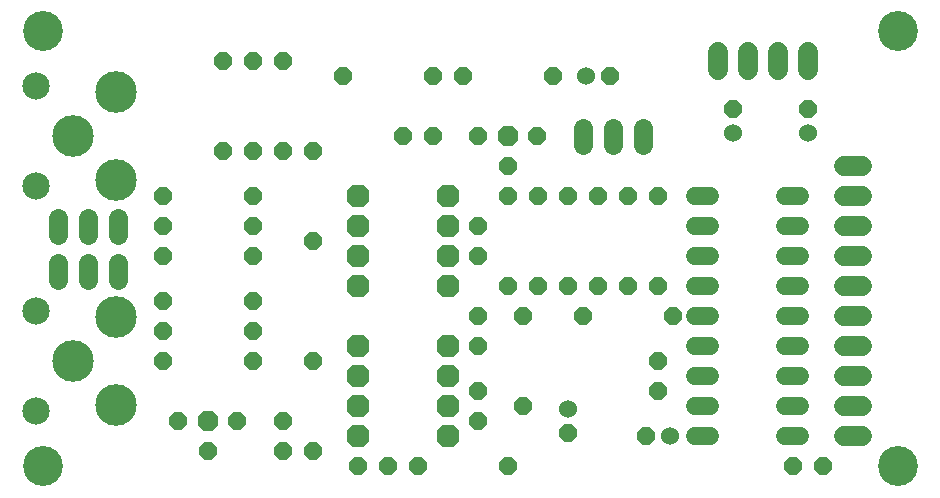
<source format=gbs>
G75*
%MOIN*%
%OFA0B0*%
%FSLAX24Y24*%
%IPPOS*%
%LPD*%
%AMOC8*
5,1,8,0,0,1.08239X$1,22.5*
%
%ADD10C,0.1330*%
%ADD11OC8,0.0600*%
%ADD12C,0.0600*%
%ADD13OC8,0.0760*%
%ADD14C,0.0640*%
%ADD15C,0.1386*%
%ADD16C,0.0907*%
%ADD17C,0.0680*%
%ADD18C,0.0600*%
%ADD19OC8,0.0680*%
D10*
X004416Y001180D03*
X032916Y001180D03*
X032916Y015680D03*
X004416Y015680D03*
D11*
X010416Y014680D03*
X011416Y014680D03*
X012416Y014680D03*
X014416Y014180D03*
X017416Y014180D03*
X018416Y014180D03*
X021416Y014180D03*
X023316Y014180D03*
X020906Y012180D03*
X019916Y011180D03*
X019916Y010180D03*
X020916Y010180D03*
X021916Y010180D03*
X022916Y010180D03*
X023916Y010180D03*
X024916Y010180D03*
X027416Y013080D03*
X029916Y013080D03*
X018926Y012180D03*
X017416Y012180D03*
X016416Y012180D03*
X013416Y011680D03*
X012416Y011680D03*
X011416Y011680D03*
X010416Y011680D03*
X011416Y010180D03*
X011416Y009180D03*
X011416Y008180D03*
X013416Y008680D03*
X011416Y006680D03*
X011416Y005680D03*
X011416Y004680D03*
X013416Y004680D03*
X012416Y002680D03*
X010906Y002680D03*
X008926Y002680D03*
X009916Y001680D03*
X012416Y001680D03*
X013416Y001680D03*
X014916Y001180D03*
X015916Y001180D03*
X016916Y001180D03*
X018916Y002680D03*
X020416Y003180D03*
X018916Y003680D03*
X018916Y005180D03*
X018916Y006180D03*
X020416Y006180D03*
X020916Y007180D03*
X021916Y007180D03*
X022916Y007180D03*
X023916Y007180D03*
X024916Y007180D03*
X025416Y006180D03*
X024916Y004680D03*
X024916Y003680D03*
X024516Y002180D03*
X021916Y002280D03*
X019916Y001180D03*
X029416Y001180D03*
X030416Y001180D03*
X022416Y006180D03*
X019916Y007180D03*
X018916Y008180D03*
X018916Y009180D03*
X008416Y009180D03*
X008416Y008180D03*
X008416Y006680D03*
X008416Y005680D03*
X008416Y004680D03*
X008416Y010180D03*
D12*
X022516Y014180D03*
X027416Y012280D03*
X029916Y012280D03*
X021916Y003080D03*
X025316Y002180D03*
D13*
X017916Y002180D03*
X017916Y003180D03*
X017916Y004180D03*
X017916Y005180D03*
X014916Y005180D03*
X014916Y004180D03*
X014916Y003180D03*
X014916Y002180D03*
X014916Y007180D03*
X014916Y008180D03*
X014916Y009180D03*
X014916Y010180D03*
X017916Y010180D03*
X017916Y009180D03*
X017916Y008180D03*
X017916Y007180D03*
D14*
X022416Y011900D02*
X022416Y012460D01*
X023416Y012460D02*
X023416Y011900D01*
X024416Y011900D02*
X024416Y012460D01*
X006916Y009460D02*
X006916Y008900D01*
X005916Y008900D02*
X005916Y009460D01*
X004916Y009460D02*
X004916Y008900D01*
X004916Y007960D02*
X004916Y007400D01*
X005916Y007400D02*
X005916Y007960D01*
X006916Y007960D02*
X006916Y007400D01*
D15*
X006872Y006137D03*
X005416Y004680D03*
X006872Y003223D03*
X006872Y010723D03*
X005416Y012180D03*
X006872Y013637D03*
D16*
X004195Y013853D03*
X004195Y010507D03*
X004195Y006353D03*
X004195Y003007D03*
D17*
X026916Y014380D02*
X026916Y014980D01*
X027916Y014980D02*
X027916Y014380D01*
X028916Y014380D02*
X028916Y014980D01*
X029916Y014980D02*
X029916Y014380D01*
X031116Y011180D02*
X031716Y011180D01*
X031716Y010180D02*
X031116Y010180D01*
X031116Y009180D02*
X031716Y009180D01*
X031716Y008180D02*
X031116Y008180D01*
X031116Y007180D02*
X031716Y007180D01*
X031716Y006180D02*
X031116Y006180D01*
X031116Y005180D02*
X031716Y005180D01*
X031716Y004180D02*
X031116Y004180D01*
X031116Y003180D02*
X031716Y003180D01*
X031716Y002180D02*
X031116Y002180D01*
D18*
X029676Y002180D02*
X029156Y002180D01*
X029156Y003180D02*
X029676Y003180D01*
X029676Y004180D02*
X029156Y004180D01*
X029156Y005180D02*
X029676Y005180D01*
X029676Y006180D02*
X029156Y006180D01*
X029156Y007180D02*
X029676Y007180D01*
X029676Y008180D02*
X029156Y008180D01*
X029156Y009180D02*
X029676Y009180D01*
X029676Y010180D02*
X029156Y010180D01*
X026676Y010180D02*
X026156Y010180D01*
X026156Y009180D02*
X026676Y009180D01*
X026676Y008180D02*
X026156Y008180D01*
X026156Y007180D02*
X026676Y007180D01*
X026676Y006180D02*
X026156Y006180D01*
X026156Y005180D02*
X026676Y005180D01*
X026676Y004180D02*
X026156Y004180D01*
X026156Y003180D02*
X026676Y003180D01*
X026676Y002180D02*
X026156Y002180D01*
D19*
X009916Y002680D03*
X019916Y012180D03*
M02*

</source>
